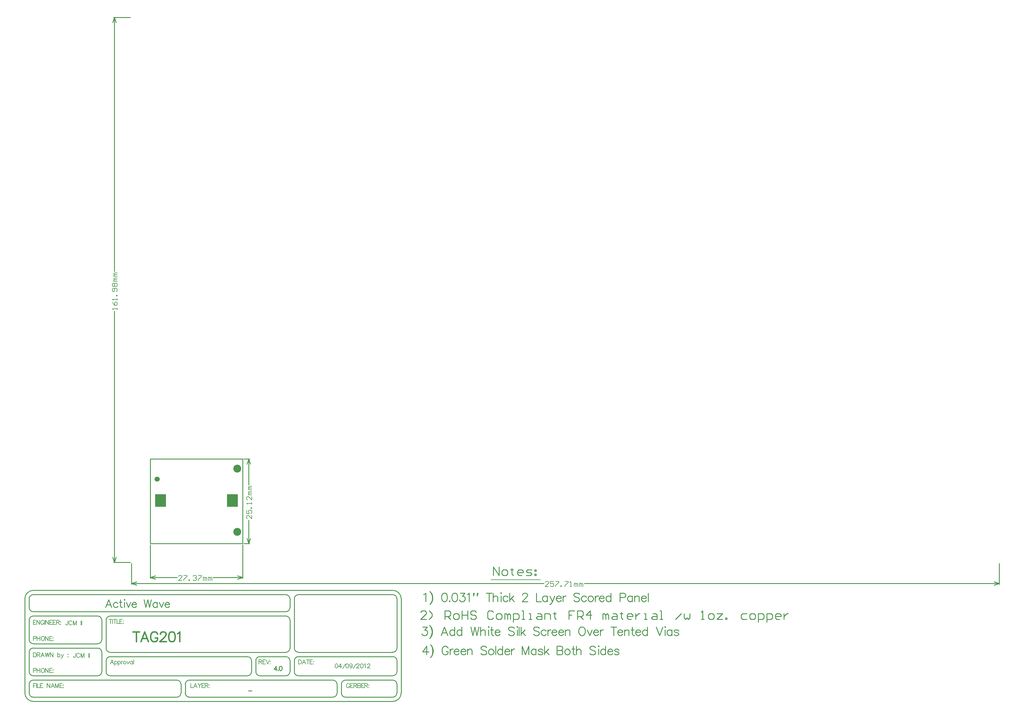
<source format=gbp>
%FSLAX25Y25*%
%MOIN*%
G70*
G01*
G75*
G04 Layer_Color=128*
%ADD10R,0.03000X0.03000*%
%ADD11R,0.03000X0.03000*%
%ADD12R,0.01550X0.05000*%
%ADD13C,0.05000*%
%ADD14R,0.03937X0.07087*%
G04:AMPARAMS|DCode=15|XSize=25.59mil|YSize=9.84mil|CornerRadius=2.46mil|HoleSize=0mil|Usage=FLASHONLY|Rotation=0.000|XOffset=0mil|YOffset=0mil|HoleType=Round|Shape=RoundedRectangle|*
%AMROUNDEDRECTD15*
21,1,0.02559,0.00492,0,0,0.0*
21,1,0.02067,0.00984,0,0,0.0*
1,1,0.00492,0.01034,-0.00246*
1,1,0.00492,-0.01034,-0.00246*
1,1,0.00492,-0.01034,0.00246*
1,1,0.00492,0.01034,0.00246*
%
%ADD15ROUNDEDRECTD15*%
G04:AMPARAMS|DCode=16|XSize=25.59mil|YSize=9.84mil|CornerRadius=2.46mil|HoleSize=0mil|Usage=FLASHONLY|Rotation=90.000|XOffset=0mil|YOffset=0mil|HoleType=Round|Shape=RoundedRectangle|*
%AMROUNDEDRECTD16*
21,1,0.02559,0.00492,0,0,90.0*
21,1,0.02067,0.00984,0,0,90.0*
1,1,0.00492,0.00246,0.01034*
1,1,0.00492,0.00246,-0.01034*
1,1,0.00492,-0.00246,-0.01034*
1,1,0.00492,-0.00246,0.01034*
%
%ADD16ROUNDEDRECTD16*%
G04:AMPARAMS|DCode=17|XSize=25.59mil|YSize=9.84mil|CornerRadius=0mil|HoleSize=0mil|Usage=FLASHONLY|Rotation=90.000|XOffset=0mil|YOffset=0mil|HoleType=Round|Shape=Octagon|*
%AMOCTAGOND17*
4,1,8,0.00246,0.01280,-0.00246,0.01280,-0.00492,0.01034,-0.00492,-0.01034,-0.00246,-0.01280,0.00246,-0.01280,0.00492,-0.01034,0.00492,0.01034,0.00246,0.01280,0.0*
%
%ADD17OCTAGOND17*%

G04:AMPARAMS|DCode=18|XSize=25.59mil|YSize=9.84mil|CornerRadius=0mil|HoleSize=0mil|Usage=FLASHONLY|Rotation=180.000|XOffset=0mil|YOffset=0mil|HoleType=Round|Shape=Octagon|*
%AMOCTAGOND18*
4,1,8,-0.01280,0.00246,-0.01280,-0.00246,-0.01034,-0.00492,0.01034,-0.00492,0.01280,-0.00246,0.01280,0.00246,0.01034,0.00492,-0.01034,0.00492,-0.01280,0.00246,0.0*
%
%ADD18OCTAGOND18*%

%ADD19C,0.01200*%
%ADD20C,0.02000*%
%ADD21C,0.00800*%
%ADD22C,0.01000*%
%ADD23C,0.00600*%
%ADD24C,0.00900*%
%ADD25C,0.00500*%
%ADD26C,0.01500*%
%ADD27C,0.05200*%
%ADD28R,0.06200X0.04000*%
%ADD29O,0.06200X0.04000*%
%ADD30C,0.02600*%
%ADD31C,0.09200*%
%ADD32C,0.06000*%
%ADD33R,0.13000X0.15000*%
%ADD34C,0.00504*%
D21*
X-96520Y-90501D02*
Y-94310D01*
X-96758Y-95024D01*
X-96996Y-95262D01*
X-97472Y-95500D01*
X-97948D01*
X-98424Y-95262D01*
X-98662Y-95024D01*
X-98900Y-94310D01*
Y-93834D01*
X-91663Y-91691D02*
X-91901Y-91215D01*
X-92378Y-90739D01*
X-92854Y-90501D01*
X-93806D01*
X-94282Y-90739D01*
X-94758Y-91215D01*
X-94996Y-91691D01*
X-95234Y-92405D01*
Y-93596D01*
X-94996Y-94310D01*
X-94758Y-94786D01*
X-94282Y-95262D01*
X-93806Y-95500D01*
X-92854D01*
X-92378Y-95262D01*
X-91901Y-94786D01*
X-91663Y-94310D01*
X-90259Y-90501D02*
Y-95500D01*
Y-90501D02*
X-88355Y-95500D01*
X-86450Y-90501D02*
X-88355Y-95500D01*
X-86450Y-90501D02*
Y-95500D01*
X-81094Y-90501D02*
Y-95500D01*
X-80047Y-90501D02*
Y-95500D01*
X-87520Y-128501D02*
Y-132310D01*
X-87758Y-133024D01*
X-87996Y-133262D01*
X-88472Y-133500D01*
X-88948D01*
X-89424Y-133262D01*
X-89662Y-133024D01*
X-89900Y-132310D01*
Y-131834D01*
X-82664Y-129691D02*
X-82902Y-129215D01*
X-83378Y-128739D01*
X-83854Y-128501D01*
X-84806D01*
X-85282Y-128739D01*
X-85758Y-129215D01*
X-85996Y-129691D01*
X-86234Y-130405D01*
Y-131596D01*
X-85996Y-132310D01*
X-85758Y-132786D01*
X-85282Y-133262D01*
X-84806Y-133500D01*
X-83854D01*
X-83378Y-133262D01*
X-82902Y-132786D01*
X-82664Y-132310D01*
X-81259Y-128501D02*
Y-133500D01*
Y-128501D02*
X-79355Y-133500D01*
X-77450Y-128501D02*
X-79355Y-133500D01*
X-77450Y-128501D02*
Y-133500D01*
X-72094Y-128501D02*
Y-133500D01*
X-71047Y-128501D02*
Y-133500D01*
X217303Y-140947D02*
X216589Y-141185D01*
X216113Y-141900D01*
X215875Y-143090D01*
Y-143804D01*
X216113Y-144994D01*
X216589Y-145708D01*
X217303Y-145946D01*
X217779D01*
X218493Y-145708D01*
X218969Y-144994D01*
X219207Y-143804D01*
Y-143090D01*
X218969Y-141900D01*
X218493Y-141185D01*
X217779Y-140947D01*
X217303D01*
X222707D02*
X220326Y-144280D01*
X223897D01*
X222707Y-140947D02*
Y-145946D01*
X224778Y-146660D02*
X228110Y-140947D01*
X229872D02*
X229157Y-141185D01*
X228681Y-141900D01*
X228443Y-143090D01*
Y-143804D01*
X228681Y-144994D01*
X229157Y-145708D01*
X229872Y-145946D01*
X230348D01*
X231062Y-145708D01*
X231538Y-144994D01*
X231776Y-143804D01*
Y-143090D01*
X231538Y-141900D01*
X231062Y-141185D01*
X230348Y-140947D01*
X229872D01*
X235989Y-142614D02*
X235751Y-143328D01*
X235275Y-143804D01*
X234561Y-144042D01*
X234323D01*
X233609Y-143804D01*
X233133Y-143328D01*
X232895Y-142614D01*
Y-142376D01*
X233133Y-141661D01*
X233609Y-141185D01*
X234323Y-140947D01*
X234561D01*
X235275Y-141185D01*
X235751Y-141661D01*
X235989Y-142614D01*
Y-143804D01*
X235751Y-144994D01*
X235275Y-145708D01*
X234561Y-145946D01*
X234085D01*
X233371Y-145708D01*
X233133Y-145232D01*
X237346Y-146660D02*
X240679Y-140947D01*
X241250Y-142138D02*
Y-141900D01*
X241488Y-141423D01*
X241726Y-141185D01*
X242202Y-140947D01*
X243155D01*
X243631Y-141185D01*
X243869Y-141423D01*
X244107Y-141900D01*
Y-142376D01*
X243869Y-142852D01*
X243392Y-143566D01*
X241012Y-145946D01*
X244345D01*
X246892Y-140947D02*
X246178Y-141185D01*
X245702Y-141900D01*
X245463Y-143090D01*
Y-143804D01*
X245702Y-144994D01*
X246178Y-145708D01*
X246892Y-145946D01*
X247368D01*
X248082Y-145708D01*
X248558Y-144994D01*
X248796Y-143804D01*
Y-143090D01*
X248558Y-141900D01*
X248082Y-141185D01*
X247368Y-140947D01*
X246892D01*
X249915Y-141900D02*
X250391Y-141661D01*
X251105Y-140947D01*
Y-145946D01*
X253819Y-142138D02*
Y-141900D01*
X254057Y-141423D01*
X254295Y-141185D01*
X254771Y-140947D01*
X255723D01*
X256199Y-141185D01*
X256437Y-141423D01*
X256675Y-141900D01*
Y-142376D01*
X256437Y-142852D01*
X255961Y-143566D01*
X253581Y-145946D01*
X256913D01*
X398372Y-42569D02*
X455872D01*
D22*
X107753Y-40800D02*
Y-1600D01*
X0Y-40800D02*
Y-1600D01*
X73370Y-39800D02*
X107753D01*
X0D02*
X31183D01*
X101753Y-37800D02*
X107753Y-39800D01*
X101753Y-41800D02*
X107753Y-39800D01*
X0D02*
X6000Y-41800D01*
X0Y-39800D02*
X6000Y-37800D01*
X109253Y98803D02*
X115900D01*
X109253Y-100D02*
X115900D01*
X114900Y68345D02*
Y98803D01*
Y-100D02*
Y27158D01*
X112900Y92803D02*
X114900Y98803D01*
X116900Y92803D01*
X114900Y-100D02*
X116900Y5900D01*
X112900D02*
X114900Y-100D01*
X992400Y-47900D02*
Y-23550D01*
X-22200Y-47900D02*
Y-23550D01*
X507093Y-46900D02*
X992400D01*
X-22200D02*
X459907D01*
X986400Y-44900D02*
X992400Y-46900D01*
X986400Y-48900D02*
X992400Y-46900D01*
X-22200D02*
X-16200Y-48900D01*
X-22200Y-46900D02*
X-16200Y-44900D01*
X-43200Y615433D02*
X-23403D01*
X-43200Y-22300D02*
X-23450D01*
X-42200Y318059D02*
Y615433D01*
Y-22300D02*
Y271873D01*
X-44200Y609433D02*
X-42200Y615433D01*
X-40200Y609433D01*
X-42200Y-22300D02*
X-40200Y-16300D01*
X-44200D02*
X-42200Y-22300D01*
X0Y-100D02*
X107753D01*
X0Y-100D02*
Y98800D01*
X114695Y-172498D02*
X118632D01*
X107753Y-100D02*
Y98803D01*
X0D02*
X107753D01*
X283240Y-185014D02*
G03*
X293240Y-175014I0J10000D01*
G01*
X283240Y-180014D02*
G03*
X288240Y-175014I0J5000D01*
G01*
X35740Y-165014D02*
G03*
X30740Y-160014I-5000J0D01*
G01*
X30856Y-180014D02*
G03*
X35738Y-175047I84J4800D01*
G01*
X45740Y-160014D02*
G03*
X40740Y-165014I0J-5000D01*
G01*
Y-175014D02*
G03*
X45652Y-180013I5000J0D01*
G01*
X218240Y-165014D02*
G03*
X213240Y-160014I-5000J0D01*
G01*
X213356Y-180014D02*
G03*
X218238Y-175047I84J4800D01*
G01*
X223240Y-175114D02*
G03*
X228225Y-180013I4900J0D01*
G01*
X228240Y-160014D02*
G03*
X223240Y-165014I0J-5000D01*
G01*
X-56760Y-89914D02*
G03*
X-61660Y-85014I-4900J0D01*
G01*
X-61560Y-117514D02*
G03*
X-56760Y-112714I0J4800D01*
G01*
Y-127414D02*
G03*
X-61831Y-122517I-4900J0D01*
G01*
X-51760Y-122614D02*
G03*
X-46860Y-127514I4900J0D01*
G01*
X-51760Y-150114D02*
G03*
X-46860Y-155014I4900J0D01*
G01*
X-61660D02*
G03*
X-56760Y-150114I0J4900D01*
G01*
X118240Y-137414D02*
G03*
X113340Y-132514I-4900J0D01*
G01*
Y-155014D02*
G03*
X118239Y-150029I0J4900D01*
G01*
X123240Y-149914D02*
G03*
X128251Y-155013I5100J0D01*
G01*
X128040Y-132514D02*
G03*
X123246Y-137565I0J-4800D01*
G01*
X-46760Y-132514D02*
G03*
X-51760Y-137514I0J-5000D01*
G01*
X-46760Y-85014D02*
G03*
X-51760Y-90014I0J-5000D01*
G01*
X-141760Y-150014D02*
G03*
X-136848Y-155013I5000J0D01*
G01*
X-136760Y-122514D02*
G03*
X-141760Y-127514I0J-5000D01*
G01*
Y-112514D02*
G03*
X-136760Y-117514I5000J0D01*
G01*
Y-85014D02*
G03*
X-141760Y-90014I0J-5000D01*
G01*
Y-75014D02*
G03*
X-136760Y-80014I5000J0D01*
G01*
Y-60014D02*
G03*
X-141760Y-65014I0J-5000D01*
G01*
X163240Y-65014D02*
G03*
X158240Y-60014I-5000J0D01*
G01*
X173240Y-60014D02*
G03*
X168240Y-65014I0J-5000D01*
G01*
X158240Y-80014D02*
G03*
X163240Y-75014I0J5000D01*
G01*
Y-90014D02*
G03*
X158240Y-85014I-5000J0D01*
G01*
X-136760Y-160014D02*
G03*
X-141760Y-165014I0J-5000D01*
G01*
X158327Y-127514D02*
G03*
X163241Y-122514I-87J5000D01*
G01*
X-141760Y-175014D02*
G03*
X-136848Y-180013I5000J0D01*
G01*
X163240Y-137414D02*
G03*
X158340Y-132514I-4900J0D01*
G01*
X168240Y-150114D02*
G03*
X173225Y-155013I4900J0D01*
G01*
X158240Y-155014D02*
G03*
X163240Y-150014I0J5000D01*
G01*
X288240Y-164927D02*
G03*
X283240Y-160013I-5000J-87D01*
G01*
X283306Y-154940D02*
G03*
X288306Y-149940I0J5000D01*
G01*
X288238Y-64857D02*
G03*
X283167Y-59960I-4900J0D01*
G01*
X293238Y-64957D02*
G03*
X283238Y-54957I-10000J0D01*
G01*
X-146760Y-174914D02*
G03*
X-136837Y-185012I10100J0D01*
G01*
X-136760Y-55014D02*
G03*
X-146760Y-65014I0J-10000D01*
G01*
X168240Y-122514D02*
G03*
X173240Y-127514I5000J0D01*
G01*
X283306Y-127440D02*
G03*
X288306Y-122440I0J5000D01*
G01*
X173240Y-132514D02*
G03*
X168240Y-137514I0J-5000D01*
G01*
X288306Y-137340D02*
G03*
X283406Y-132440I-4900J0D01*
G01*
X288240Y-175014D02*
Y-165014D01*
X-136760Y-55014D02*
X283240D01*
X288306Y-149940D02*
Y-137340D01*
X168240Y-150014D02*
Y-137514D01*
X288240Y-122514D02*
Y-65014D01*
X168240Y-122514D02*
Y-65014D01*
X-146760Y-175014D02*
Y-65014D01*
X-141760Y-175014D02*
Y-165014D01*
X163240Y-150014D02*
Y-137514D01*
X123240Y-150014D02*
Y-137514D01*
X-51760Y-150014D02*
Y-137514D01*
X118240Y-150014D02*
Y-137514D01*
X-51760Y-122514D02*
Y-90014D01*
X163240Y-122514D02*
Y-90014D01*
Y-75014D02*
Y-65014D01*
X-141760Y-75014D02*
Y-65014D01*
X-56760Y-112514D02*
Y-90014D01*
X-141760Y-112514D02*
Y-90014D01*
X-56760Y-150014D02*
Y-127514D01*
X-141760Y-150014D02*
Y-127514D01*
X293240Y-175014D02*
Y-65014D01*
X223240Y-175014D02*
Y-165014D01*
X218240Y-175014D02*
Y-165014D01*
X40740Y-175014D02*
Y-165014D01*
X35740Y-175014D02*
Y-165014D01*
X173240Y-132514D02*
X283240D01*
X173240Y-127514D02*
X283240D01*
X-46760D02*
X158240D01*
X173240Y-60014D02*
X283240D01*
X173240Y-155014D02*
X283240D01*
X128240Y-132514D02*
X158240D01*
X128240Y-155014D02*
X158240D01*
X-46760D02*
X113240D01*
X-46760Y-132514D02*
X113240D01*
X-46760Y-85014D02*
X158240D01*
X-136760Y-80014D02*
X158240D01*
X-136760Y-85014D02*
X-61760D01*
X-136760Y-117514D02*
X-61760D01*
X-136760Y-122514D02*
X-61760D01*
X-136760Y-155014D02*
X-61760D01*
X-136760Y-185014D02*
X283240D01*
X-136760Y-60014D02*
X158240D01*
X228240Y-160014D02*
X283240D01*
X228240Y-180014D02*
X283240D01*
X45740Y-160014D02*
X213240D01*
X-136760D02*
X30740D01*
X-136760Y-180014D02*
X30740D01*
X45740Y-180014D02*
X213240D01*
X322463Y-88942D02*
X315798D01*
X322463Y-82278D01*
Y-80612D01*
X320797Y-78946D01*
X317465D01*
X315798Y-80612D01*
X325795Y-88942D02*
X329128Y-85610D01*
Y-82278D01*
X325795Y-78946D01*
X344123Y-88942D02*
Y-78946D01*
X349121D01*
X350787Y-80612D01*
Y-83944D01*
X349121Y-85610D01*
X344123D01*
X347455D02*
X350787Y-88942D01*
X355785D02*
X359118D01*
X360784Y-87276D01*
Y-83944D01*
X359118Y-82278D01*
X355785D01*
X354119Y-83944D01*
Y-87276D01*
X355785Y-88942D01*
X364116Y-78946D02*
Y-88942D01*
Y-83944D01*
X370781D01*
Y-78946D01*
Y-88942D01*
X380777Y-80612D02*
X379111Y-78946D01*
X375779D01*
X374113Y-80612D01*
Y-82278D01*
X375779Y-83944D01*
X379111D01*
X380777Y-85610D01*
Y-87276D01*
X379111Y-88942D01*
X375779D01*
X374113Y-87276D01*
X400771Y-80612D02*
X399105Y-78946D01*
X395773D01*
X394107Y-80612D01*
Y-87276D01*
X395773Y-88942D01*
X399105D01*
X400771Y-87276D01*
X405769Y-88942D02*
X409102D01*
X410768Y-87276D01*
Y-83944D01*
X409102Y-82278D01*
X405769D01*
X404103Y-83944D01*
Y-87276D01*
X405769Y-88942D01*
X414100D02*
Y-82278D01*
X415766D01*
X417432Y-83944D01*
Y-88942D01*
Y-83944D01*
X419098Y-82278D01*
X420764Y-83944D01*
Y-88942D01*
X424097Y-92275D02*
Y-82278D01*
X429095D01*
X430761Y-83944D01*
Y-87276D01*
X429095Y-88942D01*
X424097D01*
X434094D02*
X437426D01*
X435760D01*
Y-78946D01*
X434094D01*
X442424Y-88942D02*
X445756D01*
X444090D01*
Y-82278D01*
X442424D01*
X452421D02*
X455753D01*
X457419Y-83944D01*
Y-88942D01*
X452421D01*
X450755Y-87276D01*
X452421Y-85610D01*
X457419D01*
X460752Y-88942D02*
Y-82278D01*
X465750D01*
X467416Y-83944D01*
Y-88942D01*
X472414Y-80612D02*
Y-82278D01*
X470748D01*
X474081D01*
X472414D01*
Y-87276D01*
X474081Y-88942D01*
X495740Y-78946D02*
X489076D01*
Y-83944D01*
X492408D01*
X489076D01*
Y-88942D01*
X499073D02*
Y-78946D01*
X504071D01*
X505737Y-80612D01*
Y-83944D01*
X504071Y-85610D01*
X499073D01*
X502405D02*
X505737Y-88942D01*
X514068D02*
Y-78946D01*
X509069Y-83944D01*
X515734D01*
X529063Y-88942D02*
Y-82278D01*
X530729D01*
X532395Y-83944D01*
Y-88942D01*
Y-83944D01*
X534061Y-82278D01*
X535727Y-83944D01*
Y-88942D01*
X540726Y-82278D02*
X544058D01*
X545724Y-83944D01*
Y-88942D01*
X540726D01*
X539060Y-87276D01*
X540726Y-85610D01*
X545724D01*
X550723Y-80612D02*
Y-82278D01*
X549056D01*
X552389D01*
X550723D01*
Y-87276D01*
X552389Y-88942D01*
X562385D02*
X559053D01*
X557387Y-87276D01*
Y-83944D01*
X559053Y-82278D01*
X562385D01*
X564051Y-83944D01*
Y-85610D01*
X557387D01*
X567384Y-82278D02*
Y-88942D01*
Y-85610D01*
X569050Y-83944D01*
X570716Y-82278D01*
X572382D01*
X577381Y-88942D02*
X580713D01*
X579047D01*
Y-82278D01*
X577381D01*
X587377D02*
X590710D01*
X592376Y-83944D01*
Y-88942D01*
X587377D01*
X585711Y-87276D01*
X587377Y-85610D01*
X592376D01*
X595708Y-88942D02*
X599040D01*
X597374D01*
Y-78946D01*
X595708D01*
X614035Y-88942D02*
X620700Y-82278D01*
X624032D02*
Y-87276D01*
X625698Y-88942D01*
X627364Y-87276D01*
X629031Y-88942D01*
X630697Y-87276D01*
Y-82278D01*
X644026Y-88942D02*
X647358D01*
X645692D01*
Y-78946D01*
X644026Y-80612D01*
X654023Y-88942D02*
X657355D01*
X659021Y-87276D01*
Y-83944D01*
X657355Y-82278D01*
X654023D01*
X652356Y-83944D01*
Y-87276D01*
X654023Y-88942D01*
X662353Y-82278D02*
X669018D01*
X662353Y-88942D01*
X669018D01*
X672350D02*
Y-87276D01*
X674016D01*
Y-88942D01*
X672350D01*
X697342Y-82278D02*
X692343D01*
X690677Y-83944D01*
Y-87276D01*
X692343Y-88942D01*
X697342D01*
X702340D02*
X705672D01*
X707339Y-87276D01*
Y-83944D01*
X705672Y-82278D01*
X702340D01*
X700674Y-83944D01*
Y-87276D01*
X702340Y-88942D01*
X710671Y-92275D02*
Y-82278D01*
X715669D01*
X717335Y-83944D01*
Y-87276D01*
X715669Y-88942D01*
X710671D01*
X720668Y-92275D02*
Y-82278D01*
X725666D01*
X727332Y-83944D01*
Y-87276D01*
X725666Y-88942D01*
X720668D01*
X735663D02*
X732331D01*
X730664Y-87276D01*
Y-83944D01*
X732331Y-82278D01*
X735663D01*
X737329Y-83944D01*
Y-85610D01*
X730664D01*
X740661Y-82278D02*
Y-88942D01*
Y-85610D01*
X742327Y-83944D01*
X743993Y-82278D01*
X745659D01*
X318352Y-97802D02*
X323589D01*
X320733Y-101611D01*
X322161D01*
X323113Y-102087D01*
X323589Y-102563D01*
X324065Y-103991D01*
Y-104944D01*
X323589Y-106372D01*
X322637Y-107324D01*
X321209Y-107800D01*
X319780D01*
X318352Y-107324D01*
X317876Y-106848D01*
X317400Y-105896D01*
X326303Y-95898D02*
X327255Y-96850D01*
X328207Y-98278D01*
X329159Y-100183D01*
X329636Y-102563D01*
Y-104467D01*
X329159Y-106848D01*
X328207Y-108752D01*
X327255Y-110180D01*
X326303Y-111133D01*
X327255Y-96850D02*
X328207Y-98754D01*
X328683Y-100183D01*
X329159Y-102563D01*
Y-104467D01*
X328683Y-106848D01*
X328207Y-108276D01*
X327255Y-110180D01*
X347536Y-107800D02*
X343728Y-97802D01*
X339919Y-107800D01*
X341347Y-104467D02*
X346108D01*
X355582Y-97802D02*
Y-107800D01*
Y-102563D02*
X354630Y-101611D01*
X353678Y-101135D01*
X352250D01*
X351297Y-101611D01*
X350345Y-102563D01*
X349869Y-103991D01*
Y-104944D01*
X350345Y-106372D01*
X351297Y-107324D01*
X352250Y-107800D01*
X353678D01*
X354630Y-107324D01*
X355582Y-106372D01*
X363962Y-97802D02*
Y-107800D01*
Y-102563D02*
X363009Y-101611D01*
X362057Y-101135D01*
X360629D01*
X359677Y-101611D01*
X358724Y-102563D01*
X358248Y-103991D01*
Y-104944D01*
X358724Y-106372D01*
X359677Y-107324D01*
X360629Y-107800D01*
X362057D01*
X363009Y-107324D01*
X363962Y-106372D01*
X374483Y-97802D02*
X376864Y-107800D01*
X379244Y-97802D02*
X376864Y-107800D01*
X379244Y-97802D02*
X381624Y-107800D01*
X384005Y-97802D02*
X381624Y-107800D01*
X386004Y-97802D02*
Y-107800D01*
Y-103039D02*
X387433Y-101611D01*
X388385Y-101135D01*
X389813D01*
X390765Y-101611D01*
X391241Y-103039D01*
Y-107800D01*
X394812Y-97802D02*
X395288Y-98278D01*
X395764Y-97802D01*
X395288Y-97326D01*
X394812Y-97802D01*
X395288Y-101135D02*
Y-107800D01*
X398954Y-97802D02*
Y-105896D01*
X399430Y-107324D01*
X400382Y-107800D01*
X401334D01*
X397526Y-101135D02*
X400858D01*
X402763Y-103991D02*
X408476D01*
Y-103039D01*
X408000Y-102087D01*
X407523Y-101611D01*
X406571Y-101135D01*
X405143D01*
X404191Y-101611D01*
X403239Y-102563D01*
X402763Y-103991D01*
Y-104944D01*
X403239Y-106372D01*
X404191Y-107324D01*
X405143Y-107800D01*
X406571D01*
X407523Y-107324D01*
X408476Y-106372D01*
X425139Y-99230D02*
X424187Y-98278D01*
X422758Y-97802D01*
X420854D01*
X419426Y-98278D01*
X418474Y-99230D01*
Y-100183D01*
X418950Y-101135D01*
X419426Y-101611D01*
X420378Y-102087D01*
X423235Y-103039D01*
X424187Y-103515D01*
X424663Y-103991D01*
X425139Y-104944D01*
Y-106372D01*
X424187Y-107324D01*
X422758Y-107800D01*
X420854D01*
X419426Y-107324D01*
X418474Y-106372D01*
X428329Y-97802D02*
X428805Y-98278D01*
X429281Y-97802D01*
X428805Y-97326D01*
X428329Y-97802D01*
X428805Y-101135D02*
Y-107800D01*
X431042Y-97802D02*
Y-107800D01*
X433137Y-97802D02*
Y-107800D01*
X437898Y-101135D02*
X433137Y-105896D01*
X435041Y-103991D02*
X438374Y-107800D01*
X454466Y-99230D02*
X453514Y-98278D01*
X452085Y-97802D01*
X450181D01*
X448753Y-98278D01*
X447801Y-99230D01*
Y-100183D01*
X448277Y-101135D01*
X448753Y-101611D01*
X449705Y-102087D01*
X452562Y-103039D01*
X453514Y-103515D01*
X453990Y-103991D01*
X454466Y-104944D01*
Y-106372D01*
X453514Y-107324D01*
X452085Y-107800D01*
X450181D01*
X448753Y-107324D01*
X447801Y-106372D01*
X462417Y-102563D02*
X461464Y-101611D01*
X460512Y-101135D01*
X459084D01*
X458132Y-101611D01*
X457180Y-102563D01*
X456704Y-103991D01*
Y-104944D01*
X457180Y-106372D01*
X458132Y-107324D01*
X459084Y-107800D01*
X460512D01*
X461464Y-107324D01*
X462417Y-106372D01*
X464559Y-101135D02*
Y-107800D01*
Y-103991D02*
X465035Y-102563D01*
X465987Y-101611D01*
X466939Y-101135D01*
X468368D01*
X469272Y-103991D02*
X474985D01*
Y-103039D01*
X474509Y-102087D01*
X474033Y-101611D01*
X473081Y-101135D01*
X471653D01*
X470701Y-101611D01*
X469748Y-102563D01*
X469272Y-103991D01*
Y-104944D01*
X469748Y-106372D01*
X470701Y-107324D01*
X471653Y-107800D01*
X473081D01*
X474033Y-107324D01*
X474985Y-106372D01*
X477128Y-103991D02*
X482841D01*
Y-103039D01*
X482365Y-102087D01*
X481889Y-101611D01*
X480936Y-101135D01*
X479508D01*
X478556Y-101611D01*
X477604Y-102563D01*
X477128Y-103991D01*
Y-104944D01*
X477604Y-106372D01*
X478556Y-107324D01*
X479508Y-107800D01*
X480936D01*
X481889Y-107324D01*
X482841Y-106372D01*
X484983Y-101135D02*
Y-107800D01*
Y-103039D02*
X486411Y-101611D01*
X487364Y-101135D01*
X488792D01*
X489744Y-101611D01*
X490220Y-103039D01*
Y-107800D01*
X503551Y-97802D02*
X502598Y-98278D01*
X501646Y-99230D01*
X501170Y-100183D01*
X500694Y-101611D01*
Y-103991D01*
X501170Y-105420D01*
X501646Y-106372D01*
X502598Y-107324D01*
X503551Y-107800D01*
X505455D01*
X506407Y-107324D01*
X507359Y-106372D01*
X507835Y-105420D01*
X508312Y-103991D01*
Y-101611D01*
X507835Y-100183D01*
X507359Y-99230D01*
X506407Y-98278D01*
X505455Y-97802D01*
X503551D01*
X510644Y-101135D02*
X513501Y-107800D01*
X516357Y-101135D02*
X513501Y-107800D01*
X517976Y-103991D02*
X523689D01*
Y-103039D01*
X523213Y-102087D01*
X522737Y-101611D01*
X521785Y-101135D01*
X520357D01*
X519404Y-101611D01*
X518452Y-102563D01*
X517976Y-103991D01*
Y-104944D01*
X518452Y-106372D01*
X519404Y-107324D01*
X520357Y-107800D01*
X521785D01*
X522737Y-107324D01*
X523689Y-106372D01*
X525832Y-101135D02*
Y-107800D01*
Y-103991D02*
X526308Y-102563D01*
X527260Y-101611D01*
X528212Y-101135D01*
X529640D01*
X541733Y-97802D02*
Y-107800D01*
X538400Y-97802D02*
X545065D01*
X546256Y-103991D02*
X551969D01*
Y-103039D01*
X551493Y-102087D01*
X551017Y-101611D01*
X550064Y-101135D01*
X548636D01*
X547684Y-101611D01*
X546732Y-102563D01*
X546256Y-103991D01*
Y-104944D01*
X546732Y-106372D01*
X547684Y-107324D01*
X548636Y-107800D01*
X550064D01*
X551017Y-107324D01*
X551969Y-106372D01*
X554111Y-101135D02*
Y-107800D01*
Y-103039D02*
X555540Y-101611D01*
X556492Y-101135D01*
X557920D01*
X558872Y-101611D01*
X559348Y-103039D01*
Y-107800D01*
X563395Y-97802D02*
Y-105896D01*
X563871Y-107324D01*
X564823Y-107800D01*
X565775D01*
X561967Y-101135D02*
X565299D01*
X567204Y-103991D02*
X572917D01*
Y-103039D01*
X572441Y-102087D01*
X571965Y-101611D01*
X571012Y-101135D01*
X569584D01*
X568632Y-101611D01*
X567680Y-102563D01*
X567204Y-103991D01*
Y-104944D01*
X567680Y-106372D01*
X568632Y-107324D01*
X569584Y-107800D01*
X571012D01*
X571965Y-107324D01*
X572917Y-106372D01*
X580772Y-97802D02*
Y-107800D01*
Y-102563D02*
X579820Y-101611D01*
X578868Y-101135D01*
X577439D01*
X576487Y-101611D01*
X575535Y-102563D01*
X575059Y-103991D01*
Y-104944D01*
X575535Y-106372D01*
X576487Y-107324D01*
X577439Y-107800D01*
X578868D01*
X579820Y-107324D01*
X580772Y-106372D01*
X591294Y-97802D02*
X595102Y-107800D01*
X598911Y-97802D02*
X595102Y-107800D01*
X601149Y-97802D02*
X601625Y-98278D01*
X602101Y-97802D01*
X601625Y-97326D01*
X601149Y-97802D01*
X601625Y-101135D02*
Y-107800D01*
X609576Y-101135D02*
Y-107800D01*
Y-102563D02*
X608623Y-101611D01*
X607671Y-101135D01*
X606243D01*
X605291Y-101611D01*
X604339Y-102563D01*
X603862Y-103991D01*
Y-104944D01*
X604339Y-106372D01*
X605291Y-107324D01*
X606243Y-107800D01*
X607671D01*
X608623Y-107324D01*
X609576Y-106372D01*
X617479Y-102563D02*
X617002Y-101611D01*
X615574Y-101135D01*
X614146D01*
X612718Y-101611D01*
X612242Y-102563D01*
X612718Y-103515D01*
X613670Y-103991D01*
X616050Y-104467D01*
X617002Y-104944D01*
X617479Y-105896D01*
Y-106372D01*
X617002Y-107324D01*
X615574Y-107800D01*
X614146D01*
X612718Y-107324D01*
X612242Y-106372D01*
X319372Y-60042D02*
X320324Y-59566D01*
X321753Y-58138D01*
Y-68135D01*
X326704Y-56233D02*
X327656Y-57185D01*
X328608Y-58614D01*
X329560Y-60518D01*
X330037Y-62898D01*
Y-64803D01*
X329560Y-67183D01*
X328608Y-69087D01*
X327656Y-70516D01*
X326704Y-71468D01*
X327656Y-57185D02*
X328608Y-59090D01*
X329084Y-60518D01*
X329560Y-62898D01*
Y-64803D01*
X329084Y-67183D01*
X328608Y-68611D01*
X327656Y-70516D01*
X343177Y-58138D02*
X341748Y-58614D01*
X340796Y-60042D01*
X340320Y-62422D01*
Y-63850D01*
X340796Y-66231D01*
X341748Y-67659D01*
X343177Y-68135D01*
X344129D01*
X345557Y-67659D01*
X346509Y-66231D01*
X346985Y-63850D01*
Y-62422D01*
X346509Y-60042D01*
X345557Y-58614D01*
X344129Y-58138D01*
X343177D01*
X349699Y-67183D02*
X349223Y-67659D01*
X349699Y-68135D01*
X350175Y-67659D01*
X349699Y-67183D01*
X355222Y-58138D02*
X353793Y-58614D01*
X352841Y-60042D01*
X352365Y-62422D01*
Y-63850D01*
X352841Y-66231D01*
X353793Y-67659D01*
X355222Y-68135D01*
X356174D01*
X357602Y-67659D01*
X358554Y-66231D01*
X359030Y-63850D01*
Y-62422D01*
X358554Y-60042D01*
X357602Y-58614D01*
X356174Y-58138D01*
X355222D01*
X362220D02*
X367457D01*
X364601Y-61946D01*
X366029D01*
X366981Y-62422D01*
X367457Y-62898D01*
X367933Y-64327D01*
Y-65279D01*
X367457Y-66707D01*
X366505Y-67659D01*
X365077Y-68135D01*
X363648D01*
X362220Y-67659D01*
X361744Y-67183D01*
X361268Y-66231D01*
X370171Y-60042D02*
X371123Y-59566D01*
X372551Y-58138D01*
Y-68135D01*
X377979Y-58138D02*
X377503Y-58614D01*
Y-61470D01*
X377979Y-58614D02*
X377503Y-61470D01*
X377979Y-58138D02*
X378455Y-58614D01*
X377503Y-61470D01*
X382263Y-58138D02*
X381787Y-58614D01*
Y-61470D01*
X382263Y-58614D02*
X381787Y-61470D01*
X382263Y-58138D02*
X382740Y-58614D01*
X381787Y-61470D01*
X396022Y-58138D02*
Y-68135D01*
X392690Y-58138D02*
X399355D01*
X400545D02*
Y-68135D01*
Y-63374D02*
X401973Y-61946D01*
X402926Y-61470D01*
X404354D01*
X405306Y-61946D01*
X405782Y-63374D01*
Y-68135D01*
X409353Y-58138D02*
X409829Y-58614D01*
X410305Y-58138D01*
X409829Y-57661D01*
X409353Y-58138D01*
X409829Y-61470D02*
Y-68135D01*
X417780Y-62898D02*
X416827Y-61946D01*
X415875Y-61470D01*
X414447D01*
X413495Y-61946D01*
X412543Y-62898D01*
X412067Y-64327D01*
Y-65279D01*
X412543Y-66707D01*
X413495Y-67659D01*
X414447Y-68135D01*
X415875D01*
X416827Y-67659D01*
X417780Y-66707D01*
X419922Y-58138D02*
Y-68135D01*
X424683Y-61470D02*
X419922Y-66231D01*
X421826Y-64327D02*
X425159Y-68135D01*
X435062Y-60518D02*
Y-60042D01*
X435538Y-59090D01*
X436014Y-58614D01*
X436966Y-58138D01*
X438870D01*
X439823Y-58614D01*
X440299Y-59090D01*
X440775Y-60042D01*
Y-60994D01*
X440299Y-61946D01*
X439347Y-63374D01*
X434586Y-68135D01*
X441251D01*
X451344Y-58138D02*
Y-68135D01*
X457057D01*
X463865Y-61470D02*
Y-68135D01*
Y-62898D02*
X462913Y-61946D01*
X461961Y-61470D01*
X460532D01*
X459580Y-61946D01*
X458628Y-62898D01*
X458152Y-64327D01*
Y-65279D01*
X458628Y-66707D01*
X459580Y-67659D01*
X460532Y-68135D01*
X461961D01*
X462913Y-67659D01*
X463865Y-66707D01*
X467007Y-61470D02*
X469864Y-68135D01*
X472720Y-61470D02*
X469864Y-68135D01*
X468912Y-70040D01*
X467959Y-70992D01*
X467007Y-71468D01*
X466531D01*
X474387Y-64327D02*
X480100D01*
Y-63374D01*
X479624Y-62422D01*
X479147Y-61946D01*
X478195Y-61470D01*
X476767D01*
X475815Y-61946D01*
X474863Y-62898D01*
X474387Y-64327D01*
Y-65279D01*
X474863Y-66707D01*
X475815Y-67659D01*
X476767Y-68135D01*
X478195D01*
X479147Y-67659D01*
X480100Y-66707D01*
X482242Y-61470D02*
Y-68135D01*
Y-64327D02*
X482718Y-62898D01*
X483670Y-61946D01*
X484622Y-61470D01*
X486051D01*
X501476Y-59566D02*
X500524Y-58614D01*
X499096Y-58138D01*
X497191D01*
X495763Y-58614D01*
X494811Y-59566D01*
Y-60518D01*
X495287Y-61470D01*
X495763Y-61946D01*
X496715Y-62422D01*
X499572Y-63374D01*
X500524Y-63850D01*
X501000Y-64327D01*
X501476Y-65279D01*
Y-66707D01*
X500524Y-67659D01*
X499096Y-68135D01*
X497191D01*
X495763Y-67659D01*
X494811Y-66707D01*
X509427Y-62898D02*
X508474Y-61946D01*
X507522Y-61470D01*
X506094D01*
X505142Y-61946D01*
X504190Y-62898D01*
X503714Y-64327D01*
Y-65279D01*
X504190Y-66707D01*
X505142Y-67659D01*
X506094Y-68135D01*
X507522D01*
X508474Y-67659D01*
X509427Y-66707D01*
X513949Y-61470D02*
X512997Y-61946D01*
X512045Y-62898D01*
X511569Y-64327D01*
Y-65279D01*
X512045Y-66707D01*
X512997Y-67659D01*
X513949Y-68135D01*
X515378D01*
X516330Y-67659D01*
X517282Y-66707D01*
X517758Y-65279D01*
Y-64327D01*
X517282Y-62898D01*
X516330Y-61946D01*
X515378Y-61470D01*
X513949D01*
X519948D02*
Y-68135D01*
Y-64327D02*
X520424Y-62898D01*
X521377Y-61946D01*
X522329Y-61470D01*
X523757D01*
X524661Y-64327D02*
X530375D01*
Y-63374D01*
X529899Y-62422D01*
X529422Y-61946D01*
X528470Y-61470D01*
X527042D01*
X526090Y-61946D01*
X525138Y-62898D01*
X524661Y-64327D01*
Y-65279D01*
X525138Y-66707D01*
X526090Y-67659D01*
X527042Y-68135D01*
X528470D01*
X529422Y-67659D01*
X530375Y-66707D01*
X538230Y-58138D02*
Y-68135D01*
Y-62898D02*
X537278Y-61946D01*
X536326Y-61470D01*
X534898D01*
X533945Y-61946D01*
X532993Y-62898D01*
X532517Y-64327D01*
Y-65279D01*
X532993Y-66707D01*
X533945Y-67659D01*
X534898Y-68135D01*
X536326D01*
X537278Y-67659D01*
X538230Y-66707D01*
X548752Y-63374D02*
X553036D01*
X554465Y-62898D01*
X554941Y-62422D01*
X555417Y-61470D01*
Y-60042D01*
X554941Y-59090D01*
X554465Y-58614D01*
X553036Y-58138D01*
X548752D01*
Y-68135D01*
X563368Y-61470D02*
Y-68135D01*
Y-62898D02*
X562415Y-61946D01*
X561463Y-61470D01*
X560035D01*
X559083Y-61946D01*
X558131Y-62898D01*
X557654Y-64327D01*
Y-65279D01*
X558131Y-66707D01*
X559083Y-67659D01*
X560035Y-68135D01*
X561463D01*
X562415Y-67659D01*
X563368Y-66707D01*
X566034Y-61470D02*
Y-68135D01*
Y-63374D02*
X567462Y-61946D01*
X568414Y-61470D01*
X569842D01*
X570794Y-61946D01*
X571271Y-63374D01*
Y-68135D01*
X573889Y-64327D02*
X579602D01*
Y-63374D01*
X579126Y-62422D01*
X578650Y-61946D01*
X577698Y-61470D01*
X576269D01*
X575317Y-61946D01*
X574365Y-62898D01*
X573889Y-64327D01*
Y-65279D01*
X574365Y-66707D01*
X575317Y-67659D01*
X576269Y-68135D01*
X577698D01*
X578650Y-67659D01*
X579602Y-66707D01*
X581745Y-58138D02*
Y-68135D01*
X400874Y-37626D02*
Y-27629D01*
X407538Y-37626D01*
Y-27629D01*
X412537Y-37626D02*
X415869D01*
X417535Y-35960D01*
Y-32628D01*
X415869Y-30962D01*
X412537D01*
X410871Y-32628D01*
Y-35960D01*
X412537Y-37626D01*
X422533Y-29295D02*
Y-30962D01*
X420867D01*
X424199D01*
X422533D01*
Y-35960D01*
X424199Y-37626D01*
X434196D02*
X430864D01*
X429198Y-35960D01*
Y-32628D01*
X430864Y-30962D01*
X434196D01*
X435862Y-32628D01*
Y-34294D01*
X429198D01*
X439195Y-37626D02*
X444193D01*
X445859Y-35960D01*
X444193Y-34294D01*
X440861D01*
X439195Y-32628D01*
X440861Y-30962D01*
X445859D01*
X449192D02*
X450858D01*
Y-32628D01*
X449192D01*
Y-30962D01*
Y-35960D02*
X450858D01*
Y-37626D01*
X449192D01*
Y-35960D01*
X323027Y-120328D02*
X318266Y-126993D01*
X325408D01*
X323027Y-120328D02*
Y-130326D01*
X327169Y-118424D02*
X328121Y-119376D01*
X329073Y-120804D01*
X330026Y-122709D01*
X330502Y-125089D01*
Y-126993D01*
X330026Y-129374D01*
X329073Y-131278D01*
X328121Y-132706D01*
X327169Y-133659D01*
X328121Y-119376D02*
X329073Y-121280D01*
X329549Y-122709D01*
X330026Y-125089D01*
Y-126993D01*
X329549Y-129374D01*
X329073Y-130802D01*
X328121Y-132706D01*
X347926Y-122709D02*
X347450Y-121756D01*
X346498Y-120804D01*
X345546Y-120328D01*
X343642D01*
X342689Y-120804D01*
X341737Y-121756D01*
X341261Y-122709D01*
X340785Y-124137D01*
Y-126517D01*
X341261Y-127945D01*
X341737Y-128898D01*
X342689Y-129850D01*
X343642Y-130326D01*
X345546D01*
X346498Y-129850D01*
X347450Y-128898D01*
X347926Y-127945D01*
Y-126517D01*
X345546D02*
X347926D01*
X350212Y-123661D02*
Y-130326D01*
Y-126517D02*
X350688Y-125089D01*
X351640Y-124137D01*
X352592Y-123661D01*
X354020D01*
X354925Y-126517D02*
X360638D01*
Y-125565D01*
X360162Y-124613D01*
X359686Y-124137D01*
X358734Y-123661D01*
X357305D01*
X356353Y-124137D01*
X355401Y-125089D01*
X354925Y-126517D01*
Y-127470D01*
X355401Y-128898D01*
X356353Y-129850D01*
X357305Y-130326D01*
X358734D01*
X359686Y-129850D01*
X360638Y-128898D01*
X362780Y-126517D02*
X368494D01*
Y-125565D01*
X368017Y-124613D01*
X367541Y-124137D01*
X366589Y-123661D01*
X365161D01*
X364209Y-124137D01*
X363257Y-125089D01*
X362780Y-126517D01*
Y-127470D01*
X363257Y-128898D01*
X364209Y-129850D01*
X365161Y-130326D01*
X366589D01*
X367541Y-129850D01*
X368494Y-128898D01*
X370636Y-123661D02*
Y-130326D01*
Y-125565D02*
X372064Y-124137D01*
X373016Y-123661D01*
X374445D01*
X375397Y-124137D01*
X375873Y-125565D01*
Y-130326D01*
X393012Y-121756D02*
X392060Y-120804D01*
X390632Y-120328D01*
X388727D01*
X387299Y-120804D01*
X386347Y-121756D01*
Y-122709D01*
X386823Y-123661D01*
X387299Y-124137D01*
X388251Y-124613D01*
X391108Y-125565D01*
X392060Y-126041D01*
X392536Y-126517D01*
X393012Y-127470D01*
Y-128898D01*
X392060Y-129850D01*
X390632Y-130326D01*
X388727D01*
X387299Y-129850D01*
X386347Y-128898D01*
X397630Y-123661D02*
X396678Y-124137D01*
X395726Y-125089D01*
X395250Y-126517D01*
Y-127470D01*
X395726Y-128898D01*
X396678Y-129850D01*
X397630Y-130326D01*
X399058D01*
X400010Y-129850D01*
X400963Y-128898D01*
X401439Y-127470D01*
Y-126517D01*
X400963Y-125089D01*
X400010Y-124137D01*
X399058Y-123661D01*
X397630D01*
X403629Y-120328D02*
Y-130326D01*
X411437Y-120328D02*
Y-130326D01*
Y-125089D02*
X410485Y-124137D01*
X409532Y-123661D01*
X408104D01*
X407152Y-124137D01*
X406200Y-125089D01*
X405724Y-126517D01*
Y-127470D01*
X406200Y-128898D01*
X407152Y-129850D01*
X408104Y-130326D01*
X409532D01*
X410485Y-129850D01*
X411437Y-128898D01*
X414103Y-126517D02*
X419816D01*
Y-125565D01*
X419340Y-124613D01*
X418864Y-124137D01*
X417911Y-123661D01*
X416483D01*
X415531Y-124137D01*
X414579Y-125089D01*
X414103Y-126517D01*
Y-127470D01*
X414579Y-128898D01*
X415531Y-129850D01*
X416483Y-130326D01*
X417911D01*
X418864Y-129850D01*
X419816Y-128898D01*
X421958Y-123661D02*
Y-130326D01*
Y-126517D02*
X422434Y-125089D01*
X423386Y-124137D01*
X424339Y-123661D01*
X425767D01*
X434527Y-120328D02*
Y-130326D01*
Y-120328D02*
X438336Y-130326D01*
X442144Y-120328D02*
X438336Y-130326D01*
X442144Y-120328D02*
Y-130326D01*
X450714Y-123661D02*
Y-130326D01*
Y-125089D02*
X449762Y-124137D01*
X448810Y-123661D01*
X447381D01*
X446429Y-124137D01*
X445477Y-125089D01*
X445001Y-126517D01*
Y-127470D01*
X445477Y-128898D01*
X446429Y-129850D01*
X447381Y-130326D01*
X448810D01*
X449762Y-129850D01*
X450714Y-128898D01*
X458617Y-125089D02*
X458141Y-124137D01*
X456713Y-123661D01*
X455284D01*
X453856Y-124137D01*
X453380Y-125089D01*
X453856Y-126041D01*
X454808Y-126517D01*
X457189Y-126993D01*
X458141Y-127470D01*
X458617Y-128422D01*
Y-128898D01*
X458141Y-129850D01*
X456713Y-130326D01*
X455284D01*
X453856Y-129850D01*
X453380Y-128898D01*
X460712Y-120328D02*
Y-130326D01*
X465473Y-123661D02*
X460712Y-128422D01*
X462616Y-126517D02*
X465949Y-130326D01*
X475375Y-120328D02*
Y-130326D01*
Y-120328D02*
X479660D01*
X481088Y-120804D01*
X481565Y-121280D01*
X482041Y-122232D01*
Y-123185D01*
X481565Y-124137D01*
X481088Y-124613D01*
X479660Y-125089D01*
X475375D02*
X479660D01*
X481088Y-125565D01*
X481565Y-126041D01*
X482041Y-126993D01*
Y-128422D01*
X481565Y-129374D01*
X481088Y-129850D01*
X479660Y-130326D01*
X475375D01*
X486659Y-123661D02*
X485707Y-124137D01*
X484754Y-125089D01*
X484278Y-126517D01*
Y-127470D01*
X484754Y-128898D01*
X485707Y-129850D01*
X486659Y-130326D01*
X488087D01*
X489039Y-129850D01*
X489991Y-128898D01*
X490467Y-127470D01*
Y-126517D01*
X489991Y-125089D01*
X489039Y-124137D01*
X488087Y-123661D01*
X486659D01*
X494086Y-120328D02*
Y-128422D01*
X494562Y-129850D01*
X495514Y-130326D01*
X496466D01*
X492657Y-123661D02*
X495990D01*
X497894Y-120328D02*
Y-130326D01*
Y-125565D02*
X499323Y-124137D01*
X500275Y-123661D01*
X501703D01*
X502655Y-124137D01*
X503131Y-125565D01*
Y-130326D01*
X520270Y-121756D02*
X519318Y-120804D01*
X517890Y-120328D01*
X515986D01*
X514557Y-120804D01*
X513605Y-121756D01*
Y-122709D01*
X514081Y-123661D01*
X514557Y-124137D01*
X515510Y-124613D01*
X518366Y-125565D01*
X519318Y-126041D01*
X519794Y-126517D01*
X520270Y-127470D01*
Y-128898D01*
X519318Y-129850D01*
X517890Y-130326D01*
X515986D01*
X514557Y-129850D01*
X513605Y-128898D01*
X523460Y-120328D02*
X523936Y-120804D01*
X524412Y-120328D01*
X523936Y-119852D01*
X523460Y-120328D01*
X523936Y-123661D02*
Y-130326D01*
X531887Y-120328D02*
Y-130326D01*
Y-125089D02*
X530935Y-124137D01*
X529983Y-123661D01*
X528554D01*
X527602Y-124137D01*
X526650Y-125089D01*
X526174Y-126517D01*
Y-127470D01*
X526650Y-128898D01*
X527602Y-129850D01*
X528554Y-130326D01*
X529983D01*
X530935Y-129850D01*
X531887Y-128898D01*
X534553Y-126517D02*
X540266D01*
Y-125565D01*
X539790Y-124613D01*
X539314Y-124137D01*
X538362Y-123661D01*
X536934D01*
X535981Y-124137D01*
X535029Y-125089D01*
X534553Y-126517D01*
Y-127470D01*
X535029Y-128898D01*
X535981Y-129850D01*
X536934Y-130326D01*
X538362D01*
X539314Y-129850D01*
X540266Y-128898D01*
X547646Y-125089D02*
X547169Y-124137D01*
X545741Y-123661D01*
X544313D01*
X542885Y-124137D01*
X542409Y-125089D01*
X542885Y-126041D01*
X543837Y-126517D01*
X546217Y-126993D01*
X547169Y-127470D01*
X547646Y-128422D01*
Y-128898D01*
X547169Y-129850D01*
X545741Y-130326D01*
X544313D01*
X542885Y-129850D01*
X542409Y-128898D01*
D23*
X36781Y-43399D02*
X32783D01*
X36781Y-39400D01*
Y-38401D01*
X35782Y-37401D01*
X33783D01*
X32783Y-38401D01*
X38781Y-37401D02*
X42780D01*
Y-38401D01*
X38781Y-42399D01*
Y-43399D01*
X44779D02*
Y-42399D01*
X45779D01*
Y-43399D01*
X44779D01*
X49777Y-38401D02*
X50777Y-37401D01*
X52776D01*
X53776Y-38401D01*
Y-39400D01*
X52776Y-40400D01*
X51777D01*
X52776D01*
X53776Y-41400D01*
Y-42399D01*
X52776Y-43399D01*
X50777D01*
X49777Y-42399D01*
X55775Y-37401D02*
X59774D01*
Y-38401D01*
X55775Y-42399D01*
Y-43399D01*
X61773D02*
Y-39400D01*
X62773D01*
X63773Y-40400D01*
Y-43399D01*
Y-40400D01*
X64772Y-39400D01*
X65772Y-40400D01*
Y-43399D01*
X67772D02*
Y-39400D01*
X68771D01*
X69771Y-40400D01*
Y-43399D01*
Y-40400D01*
X70771Y-39400D01*
X71770Y-40400D01*
Y-43399D01*
X118499Y32756D02*
Y28758D01*
X114500Y32756D01*
X113501D01*
X112501Y31757D01*
Y29757D01*
X113501Y28758D01*
X112501Y38754D02*
Y34756D01*
X115500D01*
X114500Y36755D01*
Y37755D01*
X115500Y38754D01*
X117499D01*
X118499Y37755D01*
Y35755D01*
X117499Y34756D01*
X118499Y40754D02*
X117499D01*
Y41753D01*
X118499D01*
Y40754D01*
Y45752D02*
Y47752D01*
Y46752D01*
X112501D01*
X113501Y45752D01*
X118499Y54749D02*
Y50750D01*
X114500Y54749D01*
X113501D01*
X112501Y53750D01*
Y51750D01*
X113501Y50750D01*
X118499Y56749D02*
X114500D01*
Y57748D01*
X115500Y58748D01*
X118499D01*
X115500D01*
X114500Y59748D01*
X115500Y60747D01*
X118499D01*
Y62747D02*
X114500D01*
Y63746D01*
X115500Y64746D01*
X118499D01*
X115500D01*
X114500Y65746D01*
X115500Y66745D01*
X118499D01*
X465506Y-50499D02*
X461507D01*
X465506Y-46500D01*
Y-45501D01*
X464506Y-44501D01*
X462507D01*
X461507Y-45501D01*
X471504Y-44501D02*
X467505D01*
Y-47500D01*
X469504Y-46500D01*
X470504D01*
X471504Y-47500D01*
Y-49499D01*
X470504Y-50499D01*
X468505D01*
X467505Y-49499D01*
X473503Y-44501D02*
X477502D01*
Y-45501D01*
X473503Y-49499D01*
Y-50499D01*
X479501D02*
Y-49499D01*
X480501D01*
Y-50499D01*
X479501D01*
X484500Y-44501D02*
X488498D01*
Y-45501D01*
X484500Y-49499D01*
Y-50499D01*
X490498D02*
X492497D01*
X491497D01*
Y-44501D01*
X490498Y-45501D01*
X495496Y-50499D02*
Y-46500D01*
X496496D01*
X497496Y-47500D01*
Y-50499D01*
Y-47500D01*
X498495Y-46500D01*
X499495Y-47500D01*
Y-50499D01*
X501494D02*
Y-46500D01*
X502494D01*
X503493Y-47500D01*
Y-50499D01*
Y-47500D01*
X504493Y-46500D01*
X505493Y-47500D01*
Y-50499D01*
X-38601Y273473D02*
Y275473D01*
Y274473D01*
X-44599D01*
X-43599Y273473D01*
X-44599Y282470D02*
X-43599Y280471D01*
X-41600Y278472D01*
X-39601D01*
X-38601Y279471D01*
Y281471D01*
X-39601Y282470D01*
X-40600D01*
X-41600Y281471D01*
Y278472D01*
X-38601Y284470D02*
Y286469D01*
Y285469D01*
X-44599D01*
X-43599Y284470D01*
X-38601Y289468D02*
X-39601D01*
Y290468D01*
X-38601D01*
Y289468D01*
X-39601Y294466D02*
X-38601Y295466D01*
Y297465D01*
X-39601Y298465D01*
X-43599D01*
X-44599Y297465D01*
Y295466D01*
X-43599Y294466D01*
X-42600D01*
X-41600Y295466D01*
Y298465D01*
X-43599Y300465D02*
X-44599Y301464D01*
Y303464D01*
X-43599Y304463D01*
X-42600D01*
X-41600Y303464D01*
X-40600Y304463D01*
X-39601D01*
X-38601Y303464D01*
Y301464D01*
X-39601Y300465D01*
X-40600D01*
X-41600Y301464D01*
X-42600Y300465D01*
X-43599D01*
X-41600Y301464D02*
Y303464D01*
X-38601Y306463D02*
X-42600D01*
Y307462D01*
X-41600Y308462D01*
X-38601D01*
X-41600D01*
X-42600Y309462D01*
X-41600Y310461D01*
X-38601D01*
Y312461D02*
X-42600D01*
Y313460D01*
X-41600Y314460D01*
X-38601D01*
X-41600D01*
X-42600Y315460D01*
X-41600Y316459D01*
X-38601D01*
D24*
X146870Y-143765D02*
X144490Y-147098D01*
X148060D01*
X146870Y-143765D02*
Y-148764D01*
X149179Y-148288D02*
X148941Y-148526D01*
X149179Y-148764D01*
X149417Y-148526D01*
X149179Y-148288D01*
X151941Y-143765D02*
X151226Y-144003D01*
X150750Y-144717D01*
X150512Y-145908D01*
Y-146622D01*
X150750Y-147812D01*
X151226Y-148526D01*
X151941Y-148764D01*
X152417D01*
X153131Y-148526D01*
X153607Y-147812D01*
X153845Y-146622D01*
Y-145908D01*
X153607Y-144717D01*
X153131Y-144003D01*
X152417Y-143765D01*
X151941D01*
X-45444Y-75000D02*
X-48872Y-66002D01*
X-52300Y-75000D01*
X-51015Y-72001D02*
X-46730D01*
X-38203Y-70287D02*
X-39060Y-69430D01*
X-39917Y-69001D01*
X-41202D01*
X-42059Y-69430D01*
X-42916Y-70287D01*
X-43345Y-71572D01*
Y-72429D01*
X-42916Y-73715D01*
X-42059Y-74572D01*
X-41202Y-75000D01*
X-39917D01*
X-39060Y-74572D01*
X-38203Y-73715D01*
X-34989Y-66002D02*
Y-73286D01*
X-34561Y-74572D01*
X-33704Y-75000D01*
X-32847D01*
X-36275Y-69001D02*
X-33275D01*
X-30705Y-66002D02*
X-30276Y-66430D01*
X-29848Y-66002D01*
X-30276Y-65574D01*
X-30705Y-66002D01*
X-30276Y-69001D02*
Y-75000D01*
X-28262Y-69001D02*
X-25691Y-75000D01*
X-23121Y-69001D02*
X-25691Y-75000D01*
X-21664Y-71572D02*
X-16522D01*
Y-70715D01*
X-16950Y-69858D01*
X-17379Y-69430D01*
X-18236Y-69001D01*
X-19521D01*
X-20378Y-69430D01*
X-21235Y-70287D01*
X-21664Y-71572D01*
Y-72429D01*
X-21235Y-73715D01*
X-20378Y-74572D01*
X-19521Y-75000D01*
X-18236D01*
X-17379Y-74572D01*
X-16522Y-73715D01*
X-7524Y-66002D02*
X-5381Y-75000D01*
X-3239Y-66002D02*
X-5381Y-75000D01*
X-3239Y-66002D02*
X-1097Y-75000D01*
X1046Y-66002D02*
X-1097Y-75000D01*
X7987Y-69001D02*
Y-75000D01*
Y-70287D02*
X7130Y-69430D01*
X6273Y-69001D01*
X4988D01*
X4131Y-69430D01*
X3274Y-70287D01*
X2845Y-71572D01*
Y-72429D01*
X3274Y-73715D01*
X4131Y-74572D01*
X4988Y-75000D01*
X6273D01*
X7130Y-74572D01*
X7987Y-73715D01*
X10387Y-69001D02*
X12957Y-75000D01*
X15528Y-69001D02*
X12957Y-75000D01*
X16985Y-71572D02*
X22127D01*
Y-70715D01*
X21698Y-69858D01*
X21270Y-69430D01*
X20413Y-69001D01*
X19128D01*
X18271Y-69430D01*
X17414Y-70287D01*
X16985Y-71572D01*
Y-72429D01*
X17414Y-73715D01*
X18271Y-74572D01*
X19128Y-75000D01*
X20413D01*
X21270Y-74572D01*
X22127Y-73715D01*
D25*
X232810Y-165205D02*
X232572Y-164729D01*
X232096Y-164253D01*
X231620Y-164015D01*
X230668D01*
X230192Y-164253D01*
X229716Y-164729D01*
X229478Y-165205D01*
X229240Y-165919D01*
Y-167110D01*
X229478Y-167824D01*
X229716Y-168300D01*
X230192Y-168776D01*
X230668Y-169014D01*
X231620D01*
X232096Y-168776D01*
X232572Y-168300D01*
X232810Y-167824D01*
Y-167110D01*
X231620D02*
X232810D01*
X237048Y-164015D02*
X233953D01*
Y-169014D01*
X237048D01*
X233953Y-166396D02*
X235857D01*
X237881Y-164015D02*
Y-169014D01*
Y-164015D02*
X240023D01*
X240737Y-164253D01*
X240975Y-164491D01*
X241213Y-164967D01*
Y-165443D01*
X240975Y-165919D01*
X240737Y-166157D01*
X240023Y-166396D01*
X237881D01*
X239547D02*
X241213Y-169014D01*
X242332Y-164015D02*
Y-169014D01*
Y-164015D02*
X244474D01*
X245189Y-164253D01*
X245427Y-164491D01*
X245665Y-164967D01*
Y-165443D01*
X245427Y-165919D01*
X245189Y-166157D01*
X244474Y-166396D01*
X242332D02*
X244474D01*
X245189Y-166634D01*
X245427Y-166872D01*
X245665Y-167348D01*
Y-168062D01*
X245427Y-168538D01*
X245189Y-168776D01*
X244474Y-169014D01*
X242332D01*
X249878Y-164015D02*
X246783D01*
Y-169014D01*
X249878D01*
X246783Y-166396D02*
X248688D01*
X250711Y-164015D02*
Y-169014D01*
Y-164015D02*
X252854D01*
X253568Y-164253D01*
X253806Y-164491D01*
X254044Y-164967D01*
Y-165443D01*
X253806Y-165919D01*
X253568Y-166157D01*
X252854Y-166396D01*
X250711D01*
X252378D02*
X254044Y-169014D01*
X255401Y-165681D02*
X255163Y-165919D01*
X255401Y-166157D01*
X255639Y-165919D01*
X255401Y-165681D01*
Y-168538D02*
X255163Y-168776D01*
X255401Y-169014D01*
X255639Y-168776D01*
X255401Y-168538D01*
X-136760Y-164015D02*
Y-169014D01*
Y-164015D02*
X-133666D01*
X-136760Y-166396D02*
X-134856D01*
X-133095Y-164015D02*
Y-169014D01*
X-132047Y-164015D02*
Y-169014D01*
X-129191D01*
X-125549Y-164015D02*
X-128643D01*
Y-169014D01*
X-125549D01*
X-128643Y-166396D02*
X-126739D01*
X-120788Y-164015D02*
Y-169014D01*
Y-164015D02*
X-117455Y-169014D01*
Y-164015D02*
Y-169014D01*
X-112266D02*
X-114170Y-164015D01*
X-116074Y-169014D01*
X-115360Y-167348D02*
X-112980D01*
X-111099Y-164015D02*
Y-169014D01*
Y-164015D02*
X-109195Y-169014D01*
X-107290Y-164015D02*
X-109195Y-169014D01*
X-107290Y-164015D02*
Y-169014D01*
X-102768Y-164015D02*
X-105862D01*
Y-169014D01*
X-102768D01*
X-105862Y-166396D02*
X-103958D01*
X-101697Y-165681D02*
X-101935Y-165919D01*
X-101697Y-166157D01*
X-101459Y-165919D01*
X-101697Y-165681D01*
Y-168538D02*
X-101935Y-168776D01*
X-101697Y-169014D01*
X-101459Y-168776D01*
X-101697Y-168538D01*
X-136760Y-128015D02*
Y-133014D01*
Y-128015D02*
X-135094D01*
X-134380Y-128253D01*
X-133904Y-128729D01*
X-133666Y-129205D01*
X-133428Y-129920D01*
Y-131110D01*
X-133666Y-131824D01*
X-133904Y-132300D01*
X-134380Y-132776D01*
X-135094Y-133014D01*
X-136760D01*
X-132309Y-128015D02*
Y-133014D01*
Y-128015D02*
X-130166D01*
X-129452Y-128253D01*
X-129214Y-128491D01*
X-128976Y-128967D01*
Y-129443D01*
X-129214Y-129920D01*
X-129452Y-130157D01*
X-130166Y-130396D01*
X-132309D01*
X-130643D02*
X-128976Y-133014D01*
X-124049D02*
X-125953Y-128015D01*
X-127857Y-133014D01*
X-127143Y-131348D02*
X-124763D01*
X-122882Y-128015D02*
X-121692Y-133014D01*
X-120502Y-128015D02*
X-121692Y-133014D01*
X-120502Y-128015D02*
X-119312Y-133014D01*
X-118122Y-128015D02*
X-119312Y-133014D01*
X-117122Y-128015D02*
Y-133014D01*
Y-128015D02*
X-113789Y-133014D01*
Y-128015D02*
Y-133014D01*
X-108481Y-128015D02*
Y-133014D01*
Y-130396D02*
X-108005Y-129920D01*
X-107528Y-129681D01*
X-106814D01*
X-106338Y-129920D01*
X-105862Y-130396D01*
X-105624Y-131110D01*
Y-131586D01*
X-105862Y-132300D01*
X-106338Y-132776D01*
X-106814Y-133014D01*
X-107528D01*
X-108005Y-132776D01*
X-108481Y-132300D01*
X-104315Y-129681D02*
X-102887Y-133014D01*
X-101458Y-129681D02*
X-102887Y-133014D01*
X-103363Y-133966D01*
X-103839Y-134442D01*
X-104315Y-134680D01*
X-104553D01*
X-96460Y-129681D02*
X-96697Y-129920D01*
X-96460Y-130157D01*
X-96221Y-129920D01*
X-96460Y-129681D01*
Y-132538D02*
X-96697Y-132776D01*
X-96460Y-133014D01*
X-96221Y-132776D01*
X-96460Y-132538D01*
X-46344Y-88765D02*
Y-93764D01*
X-48010Y-88765D02*
X-44678D01*
X-44083D02*
Y-93764D01*
X-41369Y-88765D02*
Y-93764D01*
X-43035Y-88765D02*
X-39703D01*
X-39107D02*
Y-93764D01*
X-36251D01*
X-32609Y-88765D02*
X-35704D01*
Y-93764D01*
X-32609D01*
X-35704Y-91146D02*
X-33799D01*
X-31538Y-90431D02*
X-31776Y-90670D01*
X-31538Y-90908D01*
X-31300Y-90670D01*
X-31538Y-90431D01*
Y-93288D02*
X-31776Y-93526D01*
X-31538Y-93764D01*
X-31300Y-93526D01*
X-31538Y-93288D01*
X-42952Y-141264D02*
X-44856Y-136265D01*
X-46760Y-141264D01*
X-46046Y-139598D02*
X-43666D01*
X-41785Y-137931D02*
Y-142930D01*
Y-138646D02*
X-41309Y-138170D01*
X-40833Y-137931D01*
X-40119D01*
X-39643Y-138170D01*
X-39167Y-138646D01*
X-38929Y-139360D01*
Y-139836D01*
X-39167Y-140550D01*
X-39643Y-141026D01*
X-40119Y-141264D01*
X-40833D01*
X-41309Y-141026D01*
X-41785Y-140550D01*
X-37858Y-137931D02*
Y-142930D01*
Y-138646D02*
X-37382Y-138170D01*
X-36905Y-137931D01*
X-36191D01*
X-35715Y-138170D01*
X-35239Y-138646D01*
X-35001Y-139360D01*
Y-139836D01*
X-35239Y-140550D01*
X-35715Y-141026D01*
X-36191Y-141264D01*
X-36905D01*
X-37382Y-141026D01*
X-37858Y-140550D01*
X-33930Y-137931D02*
Y-141264D01*
Y-139360D02*
X-33692Y-138646D01*
X-33216Y-138170D01*
X-32740Y-137931D01*
X-32026D01*
X-30383D02*
X-30859Y-138170D01*
X-31335Y-138646D01*
X-31573Y-139360D01*
Y-139836D01*
X-31335Y-140550D01*
X-30859Y-141026D01*
X-30383Y-141264D01*
X-29669D01*
X-29193Y-141026D01*
X-28717Y-140550D01*
X-28479Y-139836D01*
Y-139360D01*
X-28717Y-138646D01*
X-29193Y-138170D01*
X-29669Y-137931D01*
X-30383D01*
X-27384D02*
X-25955Y-141264D01*
X-24527Y-137931D02*
X-25955Y-141264D01*
X-20861Y-137931D02*
Y-141264D01*
Y-138646D02*
X-21337Y-138170D01*
X-21813Y-137931D01*
X-22528D01*
X-23004Y-138170D01*
X-23480Y-138646D01*
X-23718Y-139360D01*
Y-139836D01*
X-23480Y-140550D01*
X-23004Y-141026D01*
X-22528Y-141264D01*
X-21813D01*
X-21337Y-141026D01*
X-20861Y-140550D01*
X-19528Y-136265D02*
Y-141264D01*
X-133666Y-90015D02*
X-136760D01*
Y-95014D01*
X-133666D01*
X-136760Y-92396D02*
X-134856D01*
X-132833Y-90015D02*
Y-95014D01*
Y-90015D02*
X-129500Y-95014D01*
Y-90015D02*
Y-95014D01*
X-124549Y-91205D02*
X-124787Y-90729D01*
X-125263Y-90253D01*
X-125739Y-90015D01*
X-126691D01*
X-127167Y-90253D01*
X-127643Y-90729D01*
X-127881Y-91205D01*
X-128119Y-91919D01*
Y-93110D01*
X-127881Y-93824D01*
X-127643Y-94300D01*
X-127167Y-94776D01*
X-126691Y-95014D01*
X-125739D01*
X-125263Y-94776D01*
X-124787Y-94300D01*
X-124549Y-93824D01*
Y-93110D01*
X-125739D02*
X-124549D01*
X-123406Y-90015D02*
Y-95014D01*
X-122359Y-90015D02*
Y-95014D01*
Y-90015D02*
X-119026Y-95014D01*
Y-90015D02*
Y-95014D01*
X-114551Y-90015D02*
X-117645D01*
Y-95014D01*
X-114551D01*
X-117645Y-92396D02*
X-115741D01*
X-110623Y-90015D02*
X-113718D01*
Y-95014D01*
X-110623D01*
X-113718Y-92396D02*
X-111813D01*
X-109790Y-90015D02*
Y-95014D01*
Y-90015D02*
X-107648D01*
X-106933Y-90253D01*
X-106695Y-90491D01*
X-106457Y-90967D01*
Y-91443D01*
X-106695Y-91919D01*
X-106933Y-92158D01*
X-107648Y-92396D01*
X-109790D01*
X-108124D02*
X-106457Y-95014D01*
X-105101Y-91681D02*
X-105339Y-91919D01*
X-105101Y-92158D01*
X-104862Y-91919D01*
X-105101Y-91681D01*
Y-94538D02*
X-105339Y-94776D01*
X-105101Y-95014D01*
X-104862Y-94776D01*
X-105101Y-94538D01*
X47240Y-164015D02*
Y-169014D01*
X50096D01*
X54452D02*
X52548Y-164015D01*
X50644Y-169014D01*
X51358Y-167348D02*
X53738D01*
X55619Y-164015D02*
X57523Y-166396D01*
Y-169014D01*
X59427Y-164015D02*
X57523Y-166396D01*
X63165Y-164015D02*
X60070D01*
Y-169014D01*
X63165D01*
X60070Y-166396D02*
X61975D01*
X63998Y-164015D02*
Y-169014D01*
Y-164015D02*
X66140D01*
X66854Y-164253D01*
X67093Y-164491D01*
X67330Y-164967D01*
Y-165443D01*
X67093Y-165919D01*
X66854Y-166157D01*
X66140Y-166396D01*
X63998D01*
X65664D02*
X67330Y-169014D01*
X68687Y-165681D02*
X68449Y-165919D01*
X68687Y-166157D01*
X68925Y-165919D01*
X68687Y-165681D01*
Y-168538D02*
X68449Y-168776D01*
X68687Y-169014D01*
X68925Y-168776D01*
X68687Y-168538D01*
X-136760Y-148884D02*
X-134618D01*
X-133904Y-148646D01*
X-133666Y-148407D01*
X-133428Y-147931D01*
Y-147217D01*
X-133666Y-146741D01*
X-133904Y-146503D01*
X-134618Y-146265D01*
X-136760D01*
Y-151264D01*
X-132309Y-146265D02*
Y-151264D01*
X-128976Y-146265D02*
Y-151264D01*
X-132309Y-148646D02*
X-128976D01*
X-126167Y-146265D02*
X-126644Y-146503D01*
X-127120Y-146979D01*
X-127358Y-147455D01*
X-127596Y-148170D01*
Y-149360D01*
X-127358Y-150074D01*
X-127120Y-150550D01*
X-126644Y-151026D01*
X-126167Y-151264D01*
X-125215D01*
X-124739Y-151026D01*
X-124263Y-150550D01*
X-124025Y-150074D01*
X-123787Y-149360D01*
Y-148170D01*
X-124025Y-147455D01*
X-124263Y-146979D01*
X-124739Y-146503D01*
X-125215Y-146265D01*
X-126167D01*
X-122621D02*
Y-151264D01*
Y-146265D02*
X-119288Y-151264D01*
Y-146265D02*
Y-151264D01*
X-114813Y-146265D02*
X-117907D01*
Y-151264D01*
X-114813D01*
X-117907Y-148646D02*
X-116003D01*
X-113742Y-147931D02*
X-113980Y-148170D01*
X-113742Y-148407D01*
X-113504Y-148170D01*
X-113742Y-147931D01*
Y-150788D02*
X-113980Y-151026D01*
X-113742Y-151264D01*
X-113504Y-151026D01*
X-113742Y-150788D01*
X-136760Y-111384D02*
X-134618D01*
X-133904Y-111146D01*
X-133666Y-110907D01*
X-133428Y-110431D01*
Y-109717D01*
X-133666Y-109241D01*
X-133904Y-109003D01*
X-134618Y-108765D01*
X-136760D01*
Y-113764D01*
X-132309Y-108765D02*
Y-113764D01*
X-128976Y-108765D02*
Y-113764D01*
X-132309Y-111146D02*
X-128976D01*
X-126167Y-108765D02*
X-126644Y-109003D01*
X-127120Y-109479D01*
X-127358Y-109955D01*
X-127596Y-110670D01*
Y-111860D01*
X-127358Y-112574D01*
X-127120Y-113050D01*
X-126644Y-113526D01*
X-126167Y-113764D01*
X-125215D01*
X-124739Y-113526D01*
X-124263Y-113050D01*
X-124025Y-112574D01*
X-123787Y-111860D01*
Y-110670D01*
X-124025Y-109955D01*
X-124263Y-109479D01*
X-124739Y-109003D01*
X-125215Y-108765D01*
X-126167D01*
X-122621D02*
Y-113764D01*
Y-108765D02*
X-119288Y-113764D01*
Y-108765D02*
Y-113764D01*
X-114813Y-108765D02*
X-117907D01*
Y-113764D01*
X-114813D01*
X-117907Y-111146D02*
X-116003D01*
X-113742Y-110431D02*
X-113980Y-110670D01*
X-113742Y-110907D01*
X-113504Y-110670D01*
X-113742Y-110431D01*
Y-113288D02*
X-113980Y-113526D01*
X-113742Y-113764D01*
X-113504Y-113526D01*
X-113742Y-113288D01*
X126990Y-136265D02*
Y-141264D01*
Y-136265D02*
X129132D01*
X129846Y-136503D01*
X130084Y-136741D01*
X130322Y-137217D01*
Y-137693D01*
X130084Y-138170D01*
X129846Y-138408D01*
X129132Y-138646D01*
X126990D01*
X128656D02*
X130322Y-141264D01*
X134536Y-136265D02*
X131441D01*
Y-141264D01*
X134536D01*
X131441Y-138646D02*
X133345D01*
X135369Y-136265D02*
X137273Y-141264D01*
X139178Y-136265D02*
X137273Y-141264D01*
X140058Y-137931D02*
X139820Y-138170D01*
X140058Y-138408D01*
X140296Y-138170D01*
X140058Y-137931D01*
Y-140788D02*
X139820Y-141026D01*
X140058Y-141264D01*
X140296Y-141026D01*
X140058Y-140788D01*
X173240Y-136265D02*
Y-141264D01*
Y-136265D02*
X174906D01*
X175620Y-136503D01*
X176096Y-136979D01*
X176334Y-137455D01*
X176572Y-138170D01*
Y-139360D01*
X176334Y-140074D01*
X176096Y-140550D01*
X175620Y-141026D01*
X174906Y-141264D01*
X173240D01*
X181500D02*
X179595Y-136265D01*
X177691Y-141264D01*
X178405Y-139598D02*
X180786D01*
X184333Y-136265D02*
Y-141264D01*
X182666Y-136265D02*
X185999D01*
X189689D02*
X186594D01*
Y-141264D01*
X189689D01*
X186594Y-138646D02*
X188498D01*
X190760Y-137931D02*
X190522Y-138170D01*
X190760Y-138408D01*
X190998Y-138170D01*
X190760Y-137931D01*
Y-140788D02*
X190522Y-141026D01*
X190760Y-141264D01*
X190998Y-141026D01*
X190760Y-140788D01*
D26*
X-16467Y-103503D02*
Y-115000D01*
X-20300Y-103503D02*
X-12635D01*
X-2506Y-115000D02*
X-6886Y-103503D01*
X-11266Y-115000D01*
X-9624Y-111168D02*
X-4149D01*
X8389Y-106240D02*
X7842Y-105145D01*
X6747Y-104050D01*
X5652Y-103503D01*
X3462D01*
X2367Y-104050D01*
X1272Y-105145D01*
X724Y-106240D01*
X177Y-107882D01*
Y-110620D01*
X724Y-112262D01*
X1272Y-113357D01*
X2367Y-114453D01*
X3462Y-115000D01*
X5652D01*
X6747Y-114453D01*
X7842Y-113357D01*
X8389Y-112262D01*
Y-110620D01*
X5652D02*
X8389D01*
X11565Y-106240D02*
Y-105693D01*
X12112Y-104597D01*
X12660Y-104050D01*
X13755Y-103503D01*
X15945D01*
X17040Y-104050D01*
X17587Y-104597D01*
X18135Y-105693D01*
Y-106788D01*
X17587Y-107882D01*
X16492Y-109525D01*
X11017Y-115000D01*
X18682D01*
X24540Y-103503D02*
X22898Y-104050D01*
X21803Y-105693D01*
X21255Y-108430D01*
Y-110073D01*
X21803Y-112810D01*
X22898Y-114453D01*
X24540Y-115000D01*
X25635D01*
X27278Y-114453D01*
X28373Y-112810D01*
X28920Y-110073D01*
Y-108430D01*
X28373Y-105693D01*
X27278Y-104050D01*
X25635Y-103503D01*
X24540D01*
X31494Y-105693D02*
X32589Y-105145D01*
X34231Y-103503D01*
Y-115000D01*
D31*
X101700Y13500D02*
D03*
Y87500D02*
D03*
D32*
X8000Y75100D02*
D03*
D33*
X12000Y50000D02*
D03*
X96000D02*
D03*
M02*

</source>
